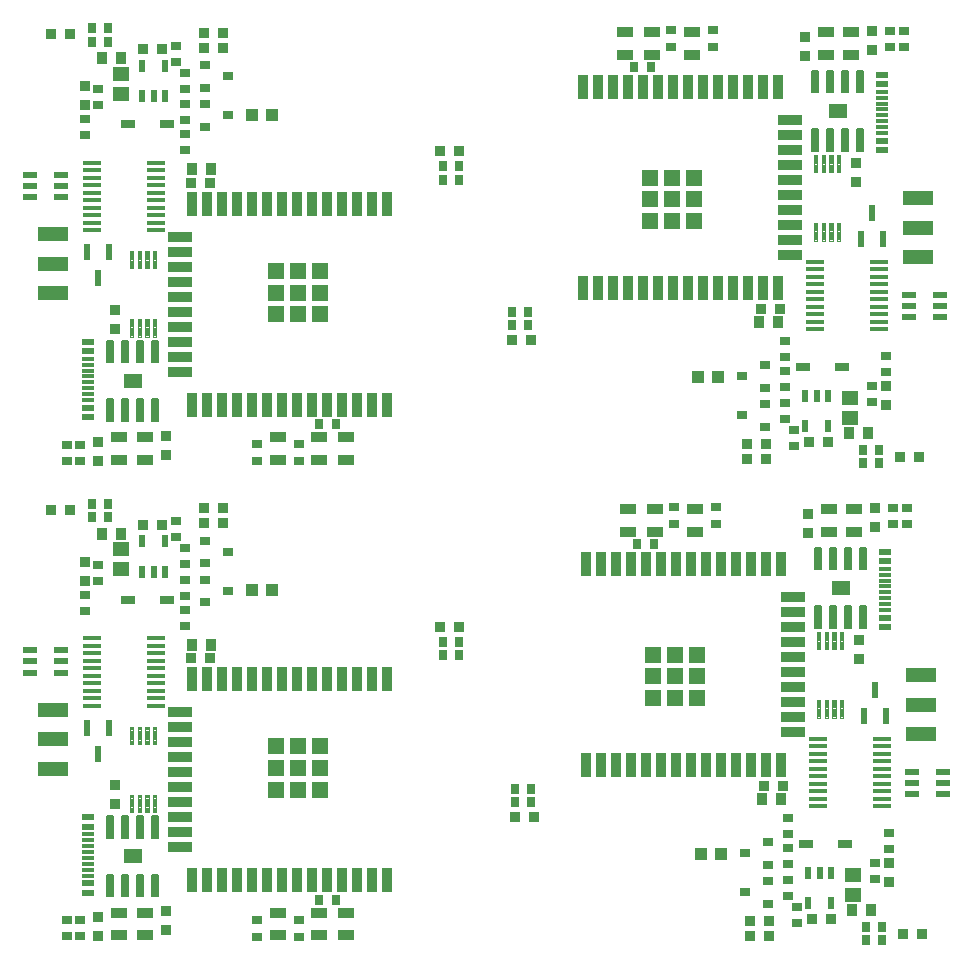
<source format=gbr>
G04 EAGLE Gerber RS-274X export*
G75*
%MOMM*%
%FSLAX34Y34*%
%LPD*%
%INSolderpaste Top*%
%IPPOS*%
%AMOC8*
5,1,8,0,0,1.08239X$1,22.5*%
G01*
%ADD10R,1.100000X1.000000*%
%ADD11R,0.900000X2.000000*%
%ADD12R,2.000000X0.900000*%
%ADD13R,1.330000X1.330000*%
%ADD14R,0.900000X0.950000*%
%ADD15R,0.650000X0.900000*%
%ADD16R,1.400000X0.900000*%
%ADD17R,0.900000X0.800000*%
%ADD18R,0.800000X0.940000*%
%ADD19R,1.526000X0.435000*%
%ADD20R,0.900000X0.650000*%
%ADD21R,0.940000X0.800000*%
%ADD22R,2.500000X1.200000*%
%ADD23R,1.200000X0.550000*%
%ADD24C,0.100000*%
%ADD25R,1.640000X1.290000*%
%ADD26C,0.150000*%
%ADD27R,1.140000X0.600000*%
%ADD28R,1.140000X0.300000*%
%ADD29R,0.950000X0.900000*%
%ADD30R,1.210000X0.730000*%
%ADD31R,0.558800X1.320800*%
%ADD32R,0.508000X1.320800*%
%ADD33R,0.550000X1.050000*%
%ADD34R,1.450000X1.200000*%
%ADD35R,0.900000X1.000000*%


D10*
X206520Y312930D03*
X223520Y312930D03*
D11*
X320570Y237400D03*
X307870Y237400D03*
X295170Y237400D03*
X282470Y237400D03*
X269770Y237400D03*
X257070Y237400D03*
X244370Y237400D03*
X231670Y237400D03*
X218970Y237400D03*
X206270Y237400D03*
X193570Y237400D03*
X180870Y237400D03*
X168170Y237400D03*
X155470Y237400D03*
D12*
X145470Y209550D03*
X145470Y196850D03*
X145470Y184150D03*
X145470Y171450D03*
X145470Y158750D03*
X145470Y146050D03*
X145470Y133350D03*
X145470Y120650D03*
X145470Y107950D03*
X145470Y95250D03*
D11*
X155470Y67400D03*
X168170Y67400D03*
X180870Y67400D03*
X193570Y67400D03*
X206270Y67400D03*
X218970Y67400D03*
X231670Y67400D03*
X244370Y67400D03*
X257070Y67400D03*
X269770Y67400D03*
X282470Y67400D03*
X295170Y67400D03*
X307870Y67400D03*
X320570Y67400D03*
D13*
X263920Y180750D03*
X263920Y162400D03*
X263920Y144050D03*
X245570Y180750D03*
X245570Y162400D03*
X245570Y144050D03*
X227220Y180750D03*
X227220Y162400D03*
X227220Y144050D03*
D14*
X181990Y369570D03*
X165990Y369570D03*
X381380Y281940D03*
X365380Y281940D03*
X181990Y382270D03*
X165990Y382270D03*
D15*
X263260Y50800D03*
X277760Y50800D03*
D16*
X285750Y39980D03*
X285750Y20980D03*
D17*
X166530Y321920D03*
X166530Y302920D03*
X186530Y312420D03*
X166530Y354940D03*
X166530Y335940D03*
X186530Y345440D03*
D18*
X367950Y257810D03*
X381350Y257810D03*
X367950Y269240D03*
X381350Y269240D03*
D19*
X70670Y272420D03*
X70670Y266060D03*
X70670Y259720D03*
X70670Y253360D03*
X70670Y247020D03*
X70670Y240660D03*
X70670Y234320D03*
X70670Y227960D03*
X70670Y221620D03*
X70670Y215260D03*
X124910Y215260D03*
X124910Y221620D03*
X124910Y227960D03*
X124910Y234320D03*
X124910Y240660D03*
X124910Y247020D03*
X124910Y253360D03*
X124910Y259720D03*
X124910Y266060D03*
X124910Y272420D03*
D20*
X210820Y19420D03*
X210820Y33920D03*
X246380Y19420D03*
X246380Y33920D03*
D16*
X228600Y20980D03*
X228600Y39980D03*
X262890Y20980D03*
X262890Y39980D03*
D21*
X149860Y321660D03*
X149860Y308260D03*
X49530Y33370D03*
X49530Y19970D03*
X60960Y19970D03*
X60960Y33370D03*
D22*
X37660Y211690D03*
X37660Y186690D03*
X37660Y161690D03*
D23*
X18750Y262230D03*
X18750Y252730D03*
X18750Y243230D03*
X44750Y243230D03*
X44750Y262230D03*
X44750Y252730D03*
D24*
X122550Y197390D02*
X122550Y182790D01*
X122550Y197390D02*
X125550Y197390D01*
X125550Y182790D01*
X122550Y182790D01*
X122550Y183740D02*
X125550Y183740D01*
X125550Y184690D02*
X122550Y184690D01*
X122550Y185640D02*
X125550Y185640D01*
X125550Y186590D02*
X122550Y186590D01*
X122550Y187540D02*
X125550Y187540D01*
X125550Y188490D02*
X122550Y188490D01*
X122550Y189440D02*
X125550Y189440D01*
X125550Y190390D02*
X122550Y190390D01*
X122550Y191340D02*
X125550Y191340D01*
X125550Y192290D02*
X122550Y192290D01*
X122550Y193240D02*
X125550Y193240D01*
X125550Y194190D02*
X122550Y194190D01*
X122550Y195140D02*
X125550Y195140D01*
X125550Y196090D02*
X122550Y196090D01*
X122550Y197040D02*
X125550Y197040D01*
X116050Y197390D02*
X116050Y182790D01*
X116050Y197390D02*
X119050Y197390D01*
X119050Y182790D01*
X116050Y182790D01*
X116050Y183740D02*
X119050Y183740D01*
X119050Y184690D02*
X116050Y184690D01*
X116050Y185640D02*
X119050Y185640D01*
X119050Y186590D02*
X116050Y186590D01*
X116050Y187540D02*
X119050Y187540D01*
X119050Y188490D02*
X116050Y188490D01*
X116050Y189440D02*
X119050Y189440D01*
X119050Y190390D02*
X116050Y190390D01*
X116050Y191340D02*
X119050Y191340D01*
X119050Y192290D02*
X116050Y192290D01*
X116050Y193240D02*
X119050Y193240D01*
X119050Y194190D02*
X116050Y194190D01*
X116050Y195140D02*
X119050Y195140D01*
X119050Y196090D02*
X116050Y196090D01*
X116050Y197040D02*
X119050Y197040D01*
X109550Y197390D02*
X109550Y182790D01*
X109550Y197390D02*
X112550Y197390D01*
X112550Y182790D01*
X109550Y182790D01*
X109550Y183740D02*
X112550Y183740D01*
X112550Y184690D02*
X109550Y184690D01*
X109550Y185640D02*
X112550Y185640D01*
X112550Y186590D02*
X109550Y186590D01*
X109550Y187540D02*
X112550Y187540D01*
X112550Y188490D02*
X109550Y188490D01*
X109550Y189440D02*
X112550Y189440D01*
X112550Y190390D02*
X109550Y190390D01*
X109550Y191340D02*
X112550Y191340D01*
X112550Y192290D02*
X109550Y192290D01*
X109550Y193240D02*
X112550Y193240D01*
X112550Y194190D02*
X109550Y194190D01*
X109550Y195140D02*
X112550Y195140D01*
X112550Y196090D02*
X109550Y196090D01*
X109550Y197040D02*
X112550Y197040D01*
X103050Y197390D02*
X103050Y182790D01*
X103050Y197390D02*
X106050Y197390D01*
X106050Y182790D01*
X103050Y182790D01*
X103050Y183740D02*
X106050Y183740D01*
X106050Y184690D02*
X103050Y184690D01*
X103050Y185640D02*
X106050Y185640D01*
X106050Y186590D02*
X103050Y186590D01*
X103050Y187540D02*
X106050Y187540D01*
X106050Y188490D02*
X103050Y188490D01*
X103050Y189440D02*
X106050Y189440D01*
X106050Y190390D02*
X103050Y190390D01*
X103050Y191340D02*
X106050Y191340D01*
X106050Y192290D02*
X103050Y192290D01*
X103050Y193240D02*
X106050Y193240D01*
X106050Y194190D02*
X103050Y194190D01*
X103050Y195140D02*
X106050Y195140D01*
X106050Y196090D02*
X103050Y196090D01*
X103050Y197040D02*
X106050Y197040D01*
X103050Y139790D02*
X103050Y125190D01*
X103050Y139790D02*
X106050Y139790D01*
X106050Y125190D01*
X103050Y125190D01*
X103050Y126140D02*
X106050Y126140D01*
X106050Y127090D02*
X103050Y127090D01*
X103050Y128040D02*
X106050Y128040D01*
X106050Y128990D02*
X103050Y128990D01*
X103050Y129940D02*
X106050Y129940D01*
X106050Y130890D02*
X103050Y130890D01*
X103050Y131840D02*
X106050Y131840D01*
X106050Y132790D02*
X103050Y132790D01*
X103050Y133740D02*
X106050Y133740D01*
X106050Y134690D02*
X103050Y134690D01*
X103050Y135640D02*
X106050Y135640D01*
X106050Y136590D02*
X103050Y136590D01*
X103050Y137540D02*
X106050Y137540D01*
X106050Y138490D02*
X103050Y138490D01*
X103050Y139440D02*
X106050Y139440D01*
X109550Y139790D02*
X109550Y125190D01*
X109550Y139790D02*
X112550Y139790D01*
X112550Y125190D01*
X109550Y125190D01*
X109550Y126140D02*
X112550Y126140D01*
X112550Y127090D02*
X109550Y127090D01*
X109550Y128040D02*
X112550Y128040D01*
X112550Y128990D02*
X109550Y128990D01*
X109550Y129940D02*
X112550Y129940D01*
X112550Y130890D02*
X109550Y130890D01*
X109550Y131840D02*
X112550Y131840D01*
X112550Y132790D02*
X109550Y132790D01*
X109550Y133740D02*
X112550Y133740D01*
X112550Y134690D02*
X109550Y134690D01*
X109550Y135640D02*
X112550Y135640D01*
X112550Y136590D02*
X109550Y136590D01*
X109550Y137540D02*
X112550Y137540D01*
X112550Y138490D02*
X109550Y138490D01*
X109550Y139440D02*
X112550Y139440D01*
X116050Y139790D02*
X116050Y125190D01*
X116050Y139790D02*
X119050Y139790D01*
X119050Y125190D01*
X116050Y125190D01*
X116050Y126140D02*
X119050Y126140D01*
X119050Y127090D02*
X116050Y127090D01*
X116050Y128040D02*
X119050Y128040D01*
X119050Y128990D02*
X116050Y128990D01*
X116050Y129940D02*
X119050Y129940D01*
X119050Y130890D02*
X116050Y130890D01*
X116050Y131840D02*
X119050Y131840D01*
X119050Y132790D02*
X116050Y132790D01*
X116050Y133740D02*
X119050Y133740D01*
X119050Y134690D02*
X116050Y134690D01*
X116050Y135640D02*
X119050Y135640D01*
X119050Y136590D02*
X116050Y136590D01*
X116050Y137540D02*
X119050Y137540D01*
X119050Y138490D02*
X116050Y138490D01*
X116050Y139440D02*
X119050Y139440D01*
X122550Y139790D02*
X122550Y125190D01*
X122550Y139790D02*
X125550Y139790D01*
X125550Y125190D01*
X122550Y125190D01*
X122550Y126140D02*
X125550Y126140D01*
X125550Y127090D02*
X122550Y127090D01*
X122550Y128040D02*
X125550Y128040D01*
X125550Y128990D02*
X122550Y128990D01*
X122550Y129940D02*
X125550Y129940D01*
X125550Y130890D02*
X122550Y130890D01*
X122550Y131840D02*
X125550Y131840D01*
X125550Y132790D02*
X122550Y132790D01*
X122550Y133740D02*
X125550Y133740D01*
X125550Y134690D02*
X122550Y134690D01*
X122550Y135640D02*
X125550Y135640D01*
X125550Y136590D02*
X122550Y136590D01*
X122550Y137540D02*
X125550Y137540D01*
X125550Y138490D02*
X122550Y138490D01*
X122550Y139440D02*
X125550Y139440D01*
D25*
X105410Y87630D03*
D26*
X88610Y71980D02*
X88610Y53780D01*
X84110Y53780D01*
X84110Y71980D01*
X88610Y71980D01*
X88610Y55205D02*
X84110Y55205D01*
X84110Y56630D02*
X88610Y56630D01*
X88610Y58055D02*
X84110Y58055D01*
X84110Y59480D02*
X88610Y59480D01*
X88610Y60905D02*
X84110Y60905D01*
X84110Y62330D02*
X88610Y62330D01*
X88610Y63755D02*
X84110Y63755D01*
X84110Y65180D02*
X88610Y65180D01*
X88610Y66605D02*
X84110Y66605D01*
X84110Y68030D02*
X88610Y68030D01*
X88610Y69455D02*
X84110Y69455D01*
X84110Y70880D02*
X88610Y70880D01*
X101310Y71980D02*
X101310Y53780D01*
X96810Y53780D01*
X96810Y71980D01*
X101310Y71980D01*
X101310Y55205D02*
X96810Y55205D01*
X96810Y56630D02*
X101310Y56630D01*
X101310Y58055D02*
X96810Y58055D01*
X96810Y59480D02*
X101310Y59480D01*
X101310Y60905D02*
X96810Y60905D01*
X96810Y62330D02*
X101310Y62330D01*
X101310Y63755D02*
X96810Y63755D01*
X96810Y65180D02*
X101310Y65180D01*
X101310Y66605D02*
X96810Y66605D01*
X96810Y68030D02*
X101310Y68030D01*
X101310Y69455D02*
X96810Y69455D01*
X96810Y70880D02*
X101310Y70880D01*
X114010Y71980D02*
X114010Y53780D01*
X109510Y53780D01*
X109510Y71980D01*
X114010Y71980D01*
X114010Y55205D02*
X109510Y55205D01*
X109510Y56630D02*
X114010Y56630D01*
X114010Y58055D02*
X109510Y58055D01*
X109510Y59480D02*
X114010Y59480D01*
X114010Y60905D02*
X109510Y60905D01*
X109510Y62330D02*
X114010Y62330D01*
X114010Y63755D02*
X109510Y63755D01*
X109510Y65180D02*
X114010Y65180D01*
X114010Y66605D02*
X109510Y66605D01*
X109510Y68030D02*
X114010Y68030D01*
X114010Y69455D02*
X109510Y69455D01*
X109510Y70880D02*
X114010Y70880D01*
X126710Y71980D02*
X126710Y53780D01*
X122210Y53780D01*
X122210Y71980D01*
X126710Y71980D01*
X126710Y55205D02*
X122210Y55205D01*
X122210Y56630D02*
X126710Y56630D01*
X126710Y58055D02*
X122210Y58055D01*
X122210Y59480D02*
X126710Y59480D01*
X126710Y60905D02*
X122210Y60905D01*
X122210Y62330D02*
X126710Y62330D01*
X126710Y63755D02*
X122210Y63755D01*
X122210Y65180D02*
X126710Y65180D01*
X126710Y66605D02*
X122210Y66605D01*
X122210Y68030D02*
X126710Y68030D01*
X126710Y69455D02*
X122210Y69455D01*
X122210Y70880D02*
X126710Y70880D01*
X126710Y103280D02*
X126710Y121480D01*
X126710Y103280D02*
X122210Y103280D01*
X122210Y121480D01*
X126710Y121480D01*
X126710Y104705D02*
X122210Y104705D01*
X122210Y106130D02*
X126710Y106130D01*
X126710Y107555D02*
X122210Y107555D01*
X122210Y108980D02*
X126710Y108980D01*
X126710Y110405D02*
X122210Y110405D01*
X122210Y111830D02*
X126710Y111830D01*
X126710Y113255D02*
X122210Y113255D01*
X122210Y114680D02*
X126710Y114680D01*
X126710Y116105D02*
X122210Y116105D01*
X122210Y117530D02*
X126710Y117530D01*
X126710Y118955D02*
X122210Y118955D01*
X122210Y120380D02*
X126710Y120380D01*
X114010Y121480D02*
X114010Y103280D01*
X109510Y103280D01*
X109510Y121480D01*
X114010Y121480D01*
X114010Y104705D02*
X109510Y104705D01*
X109510Y106130D02*
X114010Y106130D01*
X114010Y107555D02*
X109510Y107555D01*
X109510Y108980D02*
X114010Y108980D01*
X114010Y110405D02*
X109510Y110405D01*
X109510Y111830D02*
X114010Y111830D01*
X114010Y113255D02*
X109510Y113255D01*
X109510Y114680D02*
X114010Y114680D01*
X114010Y116105D02*
X109510Y116105D01*
X109510Y117530D02*
X114010Y117530D01*
X114010Y118955D02*
X109510Y118955D01*
X109510Y120380D02*
X114010Y120380D01*
X101310Y121480D02*
X101310Y103280D01*
X96810Y103280D01*
X96810Y121480D01*
X101310Y121480D01*
X101310Y104705D02*
X96810Y104705D01*
X96810Y106130D02*
X101310Y106130D01*
X101310Y107555D02*
X96810Y107555D01*
X96810Y108980D02*
X101310Y108980D01*
X101310Y110405D02*
X96810Y110405D01*
X96810Y111830D02*
X101310Y111830D01*
X101310Y113255D02*
X96810Y113255D01*
X96810Y114680D02*
X101310Y114680D01*
X101310Y116105D02*
X96810Y116105D01*
X96810Y117530D02*
X101310Y117530D01*
X101310Y118955D02*
X96810Y118955D01*
X96810Y120380D02*
X101310Y120380D01*
X88610Y121480D02*
X88610Y103280D01*
X84110Y103280D01*
X84110Y121480D01*
X88610Y121480D01*
X88610Y104705D02*
X84110Y104705D01*
X84110Y106130D02*
X88610Y106130D01*
X88610Y107555D02*
X84110Y107555D01*
X84110Y108980D02*
X88610Y108980D01*
X88610Y110405D02*
X84110Y110405D01*
X84110Y111830D02*
X88610Y111830D01*
X88610Y113255D02*
X84110Y113255D01*
X84110Y114680D02*
X88610Y114680D01*
X88610Y116105D02*
X84110Y116105D01*
X84110Y117530D02*
X88610Y117530D01*
X88610Y118955D02*
X84110Y118955D01*
X84110Y120380D02*
X88610Y120380D01*
D27*
X67820Y120900D03*
X67820Y112900D03*
D28*
X67820Y91400D03*
X67820Y96400D03*
X67820Y101400D03*
X67820Y106400D03*
X67820Y86400D03*
X67820Y81400D03*
X67820Y76400D03*
X67820Y71400D03*
D27*
X67820Y64900D03*
X67820Y56900D03*
D29*
X133350Y41020D03*
X133350Y25020D03*
D16*
X93980Y20980D03*
X93980Y39980D03*
X115570Y20980D03*
X115570Y39980D03*
D29*
X76200Y35940D03*
X76200Y19940D03*
X90170Y131700D03*
X90170Y147700D03*
D30*
X101310Y304800D03*
X134910Y304800D03*
D31*
X85598Y196342D03*
X66802Y196342D03*
D32*
X76200Y174498D03*
D18*
X70770Y386080D03*
X84170Y386080D03*
X70770Y374650D03*
X84170Y374650D03*
D21*
X149860Y296260D03*
X149860Y282860D03*
X149860Y348330D03*
X149860Y334930D03*
D29*
X64770Y320930D03*
X64770Y336930D03*
D21*
X64770Y295560D03*
X64770Y308960D03*
D14*
X36450Y381000D03*
X52450Y381000D03*
D21*
X76200Y320960D03*
X76200Y334360D03*
D33*
X113690Y328630D03*
X123190Y328630D03*
X132690Y328630D03*
X132690Y354630D03*
X113690Y354630D03*
D21*
X142240Y371190D03*
X142240Y357790D03*
D34*
X95250Y330590D03*
X95250Y347590D03*
D14*
X113920Y368300D03*
X129920Y368300D03*
D35*
X79630Y360680D03*
X95630Y360680D03*
D14*
X154560Y255270D03*
X170560Y255270D03*
D35*
X171830Y266700D03*
X155830Y266700D03*
D10*
X206520Y715520D03*
X223520Y715520D03*
D11*
X320570Y639990D03*
X307870Y639990D03*
X295170Y639990D03*
X282470Y639990D03*
X269770Y639990D03*
X257070Y639990D03*
X244370Y639990D03*
X231670Y639990D03*
X218970Y639990D03*
X206270Y639990D03*
X193570Y639990D03*
X180870Y639990D03*
X168170Y639990D03*
X155470Y639990D03*
D12*
X145470Y612140D03*
X145470Y599440D03*
X145470Y586740D03*
X145470Y574040D03*
X145470Y561340D03*
X145470Y548640D03*
X145470Y535940D03*
X145470Y523240D03*
X145470Y510540D03*
X145470Y497840D03*
D11*
X155470Y469990D03*
X168170Y469990D03*
X180870Y469990D03*
X193570Y469990D03*
X206270Y469990D03*
X218970Y469990D03*
X231670Y469990D03*
X244370Y469990D03*
X257070Y469990D03*
X269770Y469990D03*
X282470Y469990D03*
X295170Y469990D03*
X307870Y469990D03*
X320570Y469990D03*
D13*
X263920Y583340D03*
X263920Y564990D03*
X263920Y546640D03*
X245570Y583340D03*
X245570Y564990D03*
X245570Y546640D03*
X227220Y583340D03*
X227220Y564990D03*
X227220Y546640D03*
D14*
X181990Y772160D03*
X165990Y772160D03*
X381380Y684530D03*
X365380Y684530D03*
X181990Y784860D03*
X165990Y784860D03*
D15*
X263260Y453390D03*
X277760Y453390D03*
D16*
X285750Y442570D03*
X285750Y423570D03*
D17*
X166530Y724510D03*
X166530Y705510D03*
X186530Y715010D03*
X166530Y757530D03*
X166530Y738530D03*
X186530Y748030D03*
D18*
X367950Y660400D03*
X381350Y660400D03*
X367950Y671830D03*
X381350Y671830D03*
D19*
X70670Y675010D03*
X70670Y668650D03*
X70670Y662310D03*
X70670Y655950D03*
X70670Y649610D03*
X70670Y643250D03*
X70670Y636910D03*
X70670Y630550D03*
X70670Y624210D03*
X70670Y617850D03*
X124910Y617850D03*
X124910Y624210D03*
X124910Y630550D03*
X124910Y636910D03*
X124910Y643250D03*
X124910Y649610D03*
X124910Y655950D03*
X124910Y662310D03*
X124910Y668650D03*
X124910Y675010D03*
D20*
X210820Y422010D03*
X210820Y436510D03*
X246380Y422010D03*
X246380Y436510D03*
D16*
X228600Y423570D03*
X228600Y442570D03*
X262890Y423570D03*
X262890Y442570D03*
D21*
X149860Y724250D03*
X149860Y710850D03*
X49530Y435960D03*
X49530Y422560D03*
X60960Y422560D03*
X60960Y435960D03*
D22*
X37660Y614280D03*
X37660Y589280D03*
X37660Y564280D03*
D23*
X18750Y664820D03*
X18750Y655320D03*
X18750Y645820D03*
X44750Y645820D03*
X44750Y664820D03*
X44750Y655320D03*
D24*
X122550Y599980D02*
X122550Y585380D01*
X122550Y599980D02*
X125550Y599980D01*
X125550Y585380D01*
X122550Y585380D01*
X122550Y586330D02*
X125550Y586330D01*
X125550Y587280D02*
X122550Y587280D01*
X122550Y588230D02*
X125550Y588230D01*
X125550Y589180D02*
X122550Y589180D01*
X122550Y590130D02*
X125550Y590130D01*
X125550Y591080D02*
X122550Y591080D01*
X122550Y592030D02*
X125550Y592030D01*
X125550Y592980D02*
X122550Y592980D01*
X122550Y593930D02*
X125550Y593930D01*
X125550Y594880D02*
X122550Y594880D01*
X122550Y595830D02*
X125550Y595830D01*
X125550Y596780D02*
X122550Y596780D01*
X122550Y597730D02*
X125550Y597730D01*
X125550Y598680D02*
X122550Y598680D01*
X122550Y599630D02*
X125550Y599630D01*
X116050Y599980D02*
X116050Y585380D01*
X116050Y599980D02*
X119050Y599980D01*
X119050Y585380D01*
X116050Y585380D01*
X116050Y586330D02*
X119050Y586330D01*
X119050Y587280D02*
X116050Y587280D01*
X116050Y588230D02*
X119050Y588230D01*
X119050Y589180D02*
X116050Y589180D01*
X116050Y590130D02*
X119050Y590130D01*
X119050Y591080D02*
X116050Y591080D01*
X116050Y592030D02*
X119050Y592030D01*
X119050Y592980D02*
X116050Y592980D01*
X116050Y593930D02*
X119050Y593930D01*
X119050Y594880D02*
X116050Y594880D01*
X116050Y595830D02*
X119050Y595830D01*
X119050Y596780D02*
X116050Y596780D01*
X116050Y597730D02*
X119050Y597730D01*
X119050Y598680D02*
X116050Y598680D01*
X116050Y599630D02*
X119050Y599630D01*
X109550Y599980D02*
X109550Y585380D01*
X109550Y599980D02*
X112550Y599980D01*
X112550Y585380D01*
X109550Y585380D01*
X109550Y586330D02*
X112550Y586330D01*
X112550Y587280D02*
X109550Y587280D01*
X109550Y588230D02*
X112550Y588230D01*
X112550Y589180D02*
X109550Y589180D01*
X109550Y590130D02*
X112550Y590130D01*
X112550Y591080D02*
X109550Y591080D01*
X109550Y592030D02*
X112550Y592030D01*
X112550Y592980D02*
X109550Y592980D01*
X109550Y593930D02*
X112550Y593930D01*
X112550Y594880D02*
X109550Y594880D01*
X109550Y595830D02*
X112550Y595830D01*
X112550Y596780D02*
X109550Y596780D01*
X109550Y597730D02*
X112550Y597730D01*
X112550Y598680D02*
X109550Y598680D01*
X109550Y599630D02*
X112550Y599630D01*
X103050Y599980D02*
X103050Y585380D01*
X103050Y599980D02*
X106050Y599980D01*
X106050Y585380D01*
X103050Y585380D01*
X103050Y586330D02*
X106050Y586330D01*
X106050Y587280D02*
X103050Y587280D01*
X103050Y588230D02*
X106050Y588230D01*
X106050Y589180D02*
X103050Y589180D01*
X103050Y590130D02*
X106050Y590130D01*
X106050Y591080D02*
X103050Y591080D01*
X103050Y592030D02*
X106050Y592030D01*
X106050Y592980D02*
X103050Y592980D01*
X103050Y593930D02*
X106050Y593930D01*
X106050Y594880D02*
X103050Y594880D01*
X103050Y595830D02*
X106050Y595830D01*
X106050Y596780D02*
X103050Y596780D01*
X103050Y597730D02*
X106050Y597730D01*
X106050Y598680D02*
X103050Y598680D01*
X103050Y599630D02*
X106050Y599630D01*
X103050Y542380D02*
X103050Y527780D01*
X103050Y542380D02*
X106050Y542380D01*
X106050Y527780D01*
X103050Y527780D01*
X103050Y528730D02*
X106050Y528730D01*
X106050Y529680D02*
X103050Y529680D01*
X103050Y530630D02*
X106050Y530630D01*
X106050Y531580D02*
X103050Y531580D01*
X103050Y532530D02*
X106050Y532530D01*
X106050Y533480D02*
X103050Y533480D01*
X103050Y534430D02*
X106050Y534430D01*
X106050Y535380D02*
X103050Y535380D01*
X103050Y536330D02*
X106050Y536330D01*
X106050Y537280D02*
X103050Y537280D01*
X103050Y538230D02*
X106050Y538230D01*
X106050Y539180D02*
X103050Y539180D01*
X103050Y540130D02*
X106050Y540130D01*
X106050Y541080D02*
X103050Y541080D01*
X103050Y542030D02*
X106050Y542030D01*
X109550Y542380D02*
X109550Y527780D01*
X109550Y542380D02*
X112550Y542380D01*
X112550Y527780D01*
X109550Y527780D01*
X109550Y528730D02*
X112550Y528730D01*
X112550Y529680D02*
X109550Y529680D01*
X109550Y530630D02*
X112550Y530630D01*
X112550Y531580D02*
X109550Y531580D01*
X109550Y532530D02*
X112550Y532530D01*
X112550Y533480D02*
X109550Y533480D01*
X109550Y534430D02*
X112550Y534430D01*
X112550Y535380D02*
X109550Y535380D01*
X109550Y536330D02*
X112550Y536330D01*
X112550Y537280D02*
X109550Y537280D01*
X109550Y538230D02*
X112550Y538230D01*
X112550Y539180D02*
X109550Y539180D01*
X109550Y540130D02*
X112550Y540130D01*
X112550Y541080D02*
X109550Y541080D01*
X109550Y542030D02*
X112550Y542030D01*
X116050Y542380D02*
X116050Y527780D01*
X116050Y542380D02*
X119050Y542380D01*
X119050Y527780D01*
X116050Y527780D01*
X116050Y528730D02*
X119050Y528730D01*
X119050Y529680D02*
X116050Y529680D01*
X116050Y530630D02*
X119050Y530630D01*
X119050Y531580D02*
X116050Y531580D01*
X116050Y532530D02*
X119050Y532530D01*
X119050Y533480D02*
X116050Y533480D01*
X116050Y534430D02*
X119050Y534430D01*
X119050Y535380D02*
X116050Y535380D01*
X116050Y536330D02*
X119050Y536330D01*
X119050Y537280D02*
X116050Y537280D01*
X116050Y538230D02*
X119050Y538230D01*
X119050Y539180D02*
X116050Y539180D01*
X116050Y540130D02*
X119050Y540130D01*
X119050Y541080D02*
X116050Y541080D01*
X116050Y542030D02*
X119050Y542030D01*
X122550Y542380D02*
X122550Y527780D01*
X122550Y542380D02*
X125550Y542380D01*
X125550Y527780D01*
X122550Y527780D01*
X122550Y528730D02*
X125550Y528730D01*
X125550Y529680D02*
X122550Y529680D01*
X122550Y530630D02*
X125550Y530630D01*
X125550Y531580D02*
X122550Y531580D01*
X122550Y532530D02*
X125550Y532530D01*
X125550Y533480D02*
X122550Y533480D01*
X122550Y534430D02*
X125550Y534430D01*
X125550Y535380D02*
X122550Y535380D01*
X122550Y536330D02*
X125550Y536330D01*
X125550Y537280D02*
X122550Y537280D01*
X122550Y538230D02*
X125550Y538230D01*
X125550Y539180D02*
X122550Y539180D01*
X122550Y540130D02*
X125550Y540130D01*
X125550Y541080D02*
X122550Y541080D01*
X122550Y542030D02*
X125550Y542030D01*
D25*
X105410Y490220D03*
D26*
X88610Y474570D02*
X88610Y456370D01*
X84110Y456370D01*
X84110Y474570D01*
X88610Y474570D01*
X88610Y457795D02*
X84110Y457795D01*
X84110Y459220D02*
X88610Y459220D01*
X88610Y460645D02*
X84110Y460645D01*
X84110Y462070D02*
X88610Y462070D01*
X88610Y463495D02*
X84110Y463495D01*
X84110Y464920D02*
X88610Y464920D01*
X88610Y466345D02*
X84110Y466345D01*
X84110Y467770D02*
X88610Y467770D01*
X88610Y469195D02*
X84110Y469195D01*
X84110Y470620D02*
X88610Y470620D01*
X88610Y472045D02*
X84110Y472045D01*
X84110Y473470D02*
X88610Y473470D01*
X101310Y474570D02*
X101310Y456370D01*
X96810Y456370D01*
X96810Y474570D01*
X101310Y474570D01*
X101310Y457795D02*
X96810Y457795D01*
X96810Y459220D02*
X101310Y459220D01*
X101310Y460645D02*
X96810Y460645D01*
X96810Y462070D02*
X101310Y462070D01*
X101310Y463495D02*
X96810Y463495D01*
X96810Y464920D02*
X101310Y464920D01*
X101310Y466345D02*
X96810Y466345D01*
X96810Y467770D02*
X101310Y467770D01*
X101310Y469195D02*
X96810Y469195D01*
X96810Y470620D02*
X101310Y470620D01*
X101310Y472045D02*
X96810Y472045D01*
X96810Y473470D02*
X101310Y473470D01*
X114010Y474570D02*
X114010Y456370D01*
X109510Y456370D01*
X109510Y474570D01*
X114010Y474570D01*
X114010Y457795D02*
X109510Y457795D01*
X109510Y459220D02*
X114010Y459220D01*
X114010Y460645D02*
X109510Y460645D01*
X109510Y462070D02*
X114010Y462070D01*
X114010Y463495D02*
X109510Y463495D01*
X109510Y464920D02*
X114010Y464920D01*
X114010Y466345D02*
X109510Y466345D01*
X109510Y467770D02*
X114010Y467770D01*
X114010Y469195D02*
X109510Y469195D01*
X109510Y470620D02*
X114010Y470620D01*
X114010Y472045D02*
X109510Y472045D01*
X109510Y473470D02*
X114010Y473470D01*
X126710Y474570D02*
X126710Y456370D01*
X122210Y456370D01*
X122210Y474570D01*
X126710Y474570D01*
X126710Y457795D02*
X122210Y457795D01*
X122210Y459220D02*
X126710Y459220D01*
X126710Y460645D02*
X122210Y460645D01*
X122210Y462070D02*
X126710Y462070D01*
X126710Y463495D02*
X122210Y463495D01*
X122210Y464920D02*
X126710Y464920D01*
X126710Y466345D02*
X122210Y466345D01*
X122210Y467770D02*
X126710Y467770D01*
X126710Y469195D02*
X122210Y469195D01*
X122210Y470620D02*
X126710Y470620D01*
X126710Y472045D02*
X122210Y472045D01*
X122210Y473470D02*
X126710Y473470D01*
X126710Y505870D02*
X126710Y524070D01*
X126710Y505870D02*
X122210Y505870D01*
X122210Y524070D01*
X126710Y524070D01*
X126710Y507295D02*
X122210Y507295D01*
X122210Y508720D02*
X126710Y508720D01*
X126710Y510145D02*
X122210Y510145D01*
X122210Y511570D02*
X126710Y511570D01*
X126710Y512995D02*
X122210Y512995D01*
X122210Y514420D02*
X126710Y514420D01*
X126710Y515845D02*
X122210Y515845D01*
X122210Y517270D02*
X126710Y517270D01*
X126710Y518695D02*
X122210Y518695D01*
X122210Y520120D02*
X126710Y520120D01*
X126710Y521545D02*
X122210Y521545D01*
X122210Y522970D02*
X126710Y522970D01*
X114010Y524070D02*
X114010Y505870D01*
X109510Y505870D01*
X109510Y524070D01*
X114010Y524070D01*
X114010Y507295D02*
X109510Y507295D01*
X109510Y508720D02*
X114010Y508720D01*
X114010Y510145D02*
X109510Y510145D01*
X109510Y511570D02*
X114010Y511570D01*
X114010Y512995D02*
X109510Y512995D01*
X109510Y514420D02*
X114010Y514420D01*
X114010Y515845D02*
X109510Y515845D01*
X109510Y517270D02*
X114010Y517270D01*
X114010Y518695D02*
X109510Y518695D01*
X109510Y520120D02*
X114010Y520120D01*
X114010Y521545D02*
X109510Y521545D01*
X109510Y522970D02*
X114010Y522970D01*
X101310Y524070D02*
X101310Y505870D01*
X96810Y505870D01*
X96810Y524070D01*
X101310Y524070D01*
X101310Y507295D02*
X96810Y507295D01*
X96810Y508720D02*
X101310Y508720D01*
X101310Y510145D02*
X96810Y510145D01*
X96810Y511570D02*
X101310Y511570D01*
X101310Y512995D02*
X96810Y512995D01*
X96810Y514420D02*
X101310Y514420D01*
X101310Y515845D02*
X96810Y515845D01*
X96810Y517270D02*
X101310Y517270D01*
X101310Y518695D02*
X96810Y518695D01*
X96810Y520120D02*
X101310Y520120D01*
X101310Y521545D02*
X96810Y521545D01*
X96810Y522970D02*
X101310Y522970D01*
X88610Y524070D02*
X88610Y505870D01*
X84110Y505870D01*
X84110Y524070D01*
X88610Y524070D01*
X88610Y507295D02*
X84110Y507295D01*
X84110Y508720D02*
X88610Y508720D01*
X88610Y510145D02*
X84110Y510145D01*
X84110Y511570D02*
X88610Y511570D01*
X88610Y512995D02*
X84110Y512995D01*
X84110Y514420D02*
X88610Y514420D01*
X88610Y515845D02*
X84110Y515845D01*
X84110Y517270D02*
X88610Y517270D01*
X88610Y518695D02*
X84110Y518695D01*
X84110Y520120D02*
X88610Y520120D01*
X88610Y521545D02*
X84110Y521545D01*
X84110Y522970D02*
X88610Y522970D01*
D27*
X67820Y523490D03*
X67820Y515490D03*
D28*
X67820Y493990D03*
X67820Y498990D03*
X67820Y503990D03*
X67820Y508990D03*
X67820Y488990D03*
X67820Y483990D03*
X67820Y478990D03*
X67820Y473990D03*
D27*
X67820Y467490D03*
X67820Y459490D03*
D29*
X133350Y443610D03*
X133350Y427610D03*
D16*
X93980Y423570D03*
X93980Y442570D03*
X115570Y423570D03*
X115570Y442570D03*
D29*
X76200Y438530D03*
X76200Y422530D03*
X90170Y534290D03*
X90170Y550290D03*
D30*
X101310Y707390D03*
X134910Y707390D03*
D31*
X85598Y598932D03*
X66802Y598932D03*
D32*
X76200Y577088D03*
D18*
X70770Y788670D03*
X84170Y788670D03*
X70770Y777240D03*
X84170Y777240D03*
D21*
X149860Y698850D03*
X149860Y685450D03*
X149860Y750920D03*
X149860Y737520D03*
D29*
X64770Y723520D03*
X64770Y739520D03*
D21*
X64770Y698150D03*
X64770Y711550D03*
D14*
X36450Y783590D03*
X52450Y783590D03*
D21*
X76200Y723550D03*
X76200Y736950D03*
D33*
X113690Y731220D03*
X123190Y731220D03*
X132690Y731220D03*
X132690Y757220D03*
X113690Y757220D03*
D21*
X142240Y773780D03*
X142240Y760380D03*
D34*
X95250Y733180D03*
X95250Y750180D03*
D14*
X113920Y770890D03*
X129920Y770890D03*
D35*
X79630Y763270D03*
X95630Y763270D03*
D14*
X154560Y657860D03*
X170560Y657860D03*
D35*
X171830Y669290D03*
X155830Y669290D03*
D10*
X603740Y89660D03*
X586740Y89660D03*
D11*
X489690Y165190D03*
X502390Y165190D03*
X515090Y165190D03*
X527790Y165190D03*
X540490Y165190D03*
X553190Y165190D03*
X565890Y165190D03*
X578590Y165190D03*
X591290Y165190D03*
X603990Y165190D03*
X616690Y165190D03*
X629390Y165190D03*
X642090Y165190D03*
X654790Y165190D03*
D12*
X664790Y193040D03*
X664790Y205740D03*
X664790Y218440D03*
X664790Y231140D03*
X664790Y243840D03*
X664790Y256540D03*
X664790Y269240D03*
X664790Y281940D03*
X664790Y294640D03*
X664790Y307340D03*
D11*
X654790Y335190D03*
X642090Y335190D03*
X629390Y335190D03*
X616690Y335190D03*
X603990Y335190D03*
X591290Y335190D03*
X578590Y335190D03*
X565890Y335190D03*
X553190Y335190D03*
X540490Y335190D03*
X527790Y335190D03*
X515090Y335190D03*
X502390Y335190D03*
X489690Y335190D03*
D13*
X546340Y221840D03*
X546340Y240190D03*
X546340Y258540D03*
X564690Y221840D03*
X564690Y240190D03*
X564690Y258540D03*
X583040Y221840D03*
X583040Y240190D03*
X583040Y258540D03*
D14*
X628270Y33020D03*
X644270Y33020D03*
X428880Y120650D03*
X444880Y120650D03*
X628270Y20320D03*
X644270Y20320D03*
D15*
X547000Y351790D03*
X532500Y351790D03*
D16*
X524510Y362610D03*
X524510Y381610D03*
D17*
X643730Y80670D03*
X643730Y99670D03*
X623730Y90170D03*
X643730Y47650D03*
X643730Y66650D03*
X623730Y57150D03*
D18*
X442310Y144780D03*
X428910Y144780D03*
X442310Y133350D03*
X428910Y133350D03*
D19*
X739590Y130170D03*
X739590Y136530D03*
X739590Y142870D03*
X739590Y149230D03*
X739590Y155570D03*
X739590Y161930D03*
X739590Y168270D03*
X739590Y174630D03*
X739590Y180970D03*
X739590Y187330D03*
X685350Y187330D03*
X685350Y180970D03*
X685350Y174630D03*
X685350Y168270D03*
X685350Y161930D03*
X685350Y155570D03*
X685350Y149230D03*
X685350Y142870D03*
X685350Y136530D03*
X685350Y130170D03*
D20*
X599440Y383170D03*
X599440Y368670D03*
X563880Y383170D03*
X563880Y368670D03*
D16*
X581660Y381610D03*
X581660Y362610D03*
X547370Y381610D03*
X547370Y362610D03*
D21*
X660400Y80930D03*
X660400Y94330D03*
X760730Y369220D03*
X760730Y382620D03*
X749300Y382620D03*
X749300Y369220D03*
D22*
X772600Y190900D03*
X772600Y215900D03*
X772600Y240900D03*
D23*
X791510Y140360D03*
X791510Y149860D03*
X791510Y159360D03*
X765510Y159360D03*
X765510Y140360D03*
X765510Y149860D03*
D24*
X687710Y205200D02*
X687710Y219800D01*
X687710Y205200D02*
X684710Y205200D01*
X684710Y219800D01*
X687710Y219800D01*
X687710Y206150D02*
X684710Y206150D01*
X684710Y207100D02*
X687710Y207100D01*
X687710Y208050D02*
X684710Y208050D01*
X684710Y209000D02*
X687710Y209000D01*
X687710Y209950D02*
X684710Y209950D01*
X684710Y210900D02*
X687710Y210900D01*
X687710Y211850D02*
X684710Y211850D01*
X684710Y212800D02*
X687710Y212800D01*
X687710Y213750D02*
X684710Y213750D01*
X684710Y214700D02*
X687710Y214700D01*
X687710Y215650D02*
X684710Y215650D01*
X684710Y216600D02*
X687710Y216600D01*
X687710Y217550D02*
X684710Y217550D01*
X684710Y218500D02*
X687710Y218500D01*
X687710Y219450D02*
X684710Y219450D01*
X694210Y219800D02*
X694210Y205200D01*
X691210Y205200D01*
X691210Y219800D01*
X694210Y219800D01*
X694210Y206150D02*
X691210Y206150D01*
X691210Y207100D02*
X694210Y207100D01*
X694210Y208050D02*
X691210Y208050D01*
X691210Y209000D02*
X694210Y209000D01*
X694210Y209950D02*
X691210Y209950D01*
X691210Y210900D02*
X694210Y210900D01*
X694210Y211850D02*
X691210Y211850D01*
X691210Y212800D02*
X694210Y212800D01*
X694210Y213750D02*
X691210Y213750D01*
X691210Y214700D02*
X694210Y214700D01*
X694210Y215650D02*
X691210Y215650D01*
X691210Y216600D02*
X694210Y216600D01*
X694210Y217550D02*
X691210Y217550D01*
X691210Y218500D02*
X694210Y218500D01*
X694210Y219450D02*
X691210Y219450D01*
X700710Y219800D02*
X700710Y205200D01*
X697710Y205200D01*
X697710Y219800D01*
X700710Y219800D01*
X700710Y206150D02*
X697710Y206150D01*
X697710Y207100D02*
X700710Y207100D01*
X700710Y208050D02*
X697710Y208050D01*
X697710Y209000D02*
X700710Y209000D01*
X700710Y209950D02*
X697710Y209950D01*
X697710Y210900D02*
X700710Y210900D01*
X700710Y211850D02*
X697710Y211850D01*
X697710Y212800D02*
X700710Y212800D01*
X700710Y213750D02*
X697710Y213750D01*
X697710Y214700D02*
X700710Y214700D01*
X700710Y215650D02*
X697710Y215650D01*
X697710Y216600D02*
X700710Y216600D01*
X700710Y217550D02*
X697710Y217550D01*
X697710Y218500D02*
X700710Y218500D01*
X700710Y219450D02*
X697710Y219450D01*
X707210Y219800D02*
X707210Y205200D01*
X704210Y205200D01*
X704210Y219800D01*
X707210Y219800D01*
X707210Y206150D02*
X704210Y206150D01*
X704210Y207100D02*
X707210Y207100D01*
X707210Y208050D02*
X704210Y208050D01*
X704210Y209000D02*
X707210Y209000D01*
X707210Y209950D02*
X704210Y209950D01*
X704210Y210900D02*
X707210Y210900D01*
X707210Y211850D02*
X704210Y211850D01*
X704210Y212800D02*
X707210Y212800D01*
X707210Y213750D02*
X704210Y213750D01*
X704210Y214700D02*
X707210Y214700D01*
X707210Y215650D02*
X704210Y215650D01*
X704210Y216600D02*
X707210Y216600D01*
X707210Y217550D02*
X704210Y217550D01*
X704210Y218500D02*
X707210Y218500D01*
X707210Y219450D02*
X704210Y219450D01*
X707210Y262800D02*
X707210Y277400D01*
X707210Y262800D02*
X704210Y262800D01*
X704210Y277400D01*
X707210Y277400D01*
X707210Y263750D02*
X704210Y263750D01*
X704210Y264700D02*
X707210Y264700D01*
X707210Y265650D02*
X704210Y265650D01*
X704210Y266600D02*
X707210Y266600D01*
X707210Y267550D02*
X704210Y267550D01*
X704210Y268500D02*
X707210Y268500D01*
X707210Y269450D02*
X704210Y269450D01*
X704210Y270400D02*
X707210Y270400D01*
X707210Y271350D02*
X704210Y271350D01*
X704210Y272300D02*
X707210Y272300D01*
X707210Y273250D02*
X704210Y273250D01*
X704210Y274200D02*
X707210Y274200D01*
X707210Y275150D02*
X704210Y275150D01*
X704210Y276100D02*
X707210Y276100D01*
X707210Y277050D02*
X704210Y277050D01*
X700710Y277400D02*
X700710Y262800D01*
X697710Y262800D01*
X697710Y277400D01*
X700710Y277400D01*
X700710Y263750D02*
X697710Y263750D01*
X697710Y264700D02*
X700710Y264700D01*
X700710Y265650D02*
X697710Y265650D01*
X697710Y266600D02*
X700710Y266600D01*
X700710Y267550D02*
X697710Y267550D01*
X697710Y268500D02*
X700710Y268500D01*
X700710Y269450D02*
X697710Y269450D01*
X697710Y270400D02*
X700710Y270400D01*
X700710Y271350D02*
X697710Y271350D01*
X697710Y272300D02*
X700710Y272300D01*
X700710Y273250D02*
X697710Y273250D01*
X697710Y274200D02*
X700710Y274200D01*
X700710Y275150D02*
X697710Y275150D01*
X697710Y276100D02*
X700710Y276100D01*
X700710Y277050D02*
X697710Y277050D01*
X694210Y277400D02*
X694210Y262800D01*
X691210Y262800D01*
X691210Y277400D01*
X694210Y277400D01*
X694210Y263750D02*
X691210Y263750D01*
X691210Y264700D02*
X694210Y264700D01*
X694210Y265650D02*
X691210Y265650D01*
X691210Y266600D02*
X694210Y266600D01*
X694210Y267550D02*
X691210Y267550D01*
X691210Y268500D02*
X694210Y268500D01*
X694210Y269450D02*
X691210Y269450D01*
X691210Y270400D02*
X694210Y270400D01*
X694210Y271350D02*
X691210Y271350D01*
X691210Y272300D02*
X694210Y272300D01*
X694210Y273250D02*
X691210Y273250D01*
X691210Y274200D02*
X694210Y274200D01*
X694210Y275150D02*
X691210Y275150D01*
X691210Y276100D02*
X694210Y276100D01*
X694210Y277050D02*
X691210Y277050D01*
X687710Y277400D02*
X687710Y262800D01*
X684710Y262800D01*
X684710Y277400D01*
X687710Y277400D01*
X687710Y263750D02*
X684710Y263750D01*
X684710Y264700D02*
X687710Y264700D01*
X687710Y265650D02*
X684710Y265650D01*
X684710Y266600D02*
X687710Y266600D01*
X687710Y267550D02*
X684710Y267550D01*
X684710Y268500D02*
X687710Y268500D01*
X687710Y269450D02*
X684710Y269450D01*
X684710Y270400D02*
X687710Y270400D01*
X687710Y271350D02*
X684710Y271350D01*
X684710Y272300D02*
X687710Y272300D01*
X687710Y273250D02*
X684710Y273250D01*
X684710Y274200D02*
X687710Y274200D01*
X687710Y275150D02*
X684710Y275150D01*
X684710Y276100D02*
X687710Y276100D01*
X687710Y277050D02*
X684710Y277050D01*
D25*
X704850Y314960D03*
D26*
X721650Y330610D02*
X721650Y348810D01*
X726150Y348810D01*
X726150Y330610D01*
X721650Y330610D01*
X721650Y332035D02*
X726150Y332035D01*
X726150Y333460D02*
X721650Y333460D01*
X721650Y334885D02*
X726150Y334885D01*
X726150Y336310D02*
X721650Y336310D01*
X721650Y337735D02*
X726150Y337735D01*
X726150Y339160D02*
X721650Y339160D01*
X721650Y340585D02*
X726150Y340585D01*
X726150Y342010D02*
X721650Y342010D01*
X721650Y343435D02*
X726150Y343435D01*
X726150Y344860D02*
X721650Y344860D01*
X721650Y346285D02*
X726150Y346285D01*
X726150Y347710D02*
X721650Y347710D01*
X708950Y348810D02*
X708950Y330610D01*
X708950Y348810D02*
X713450Y348810D01*
X713450Y330610D01*
X708950Y330610D01*
X708950Y332035D02*
X713450Y332035D01*
X713450Y333460D02*
X708950Y333460D01*
X708950Y334885D02*
X713450Y334885D01*
X713450Y336310D02*
X708950Y336310D01*
X708950Y337735D02*
X713450Y337735D01*
X713450Y339160D02*
X708950Y339160D01*
X708950Y340585D02*
X713450Y340585D01*
X713450Y342010D02*
X708950Y342010D01*
X708950Y343435D02*
X713450Y343435D01*
X713450Y344860D02*
X708950Y344860D01*
X708950Y346285D02*
X713450Y346285D01*
X713450Y347710D02*
X708950Y347710D01*
X696250Y348810D02*
X696250Y330610D01*
X696250Y348810D02*
X700750Y348810D01*
X700750Y330610D01*
X696250Y330610D01*
X696250Y332035D02*
X700750Y332035D01*
X700750Y333460D02*
X696250Y333460D01*
X696250Y334885D02*
X700750Y334885D01*
X700750Y336310D02*
X696250Y336310D01*
X696250Y337735D02*
X700750Y337735D01*
X700750Y339160D02*
X696250Y339160D01*
X696250Y340585D02*
X700750Y340585D01*
X700750Y342010D02*
X696250Y342010D01*
X696250Y343435D02*
X700750Y343435D01*
X700750Y344860D02*
X696250Y344860D01*
X696250Y346285D02*
X700750Y346285D01*
X700750Y347710D02*
X696250Y347710D01*
X683550Y348810D02*
X683550Y330610D01*
X683550Y348810D02*
X688050Y348810D01*
X688050Y330610D01*
X683550Y330610D01*
X683550Y332035D02*
X688050Y332035D01*
X688050Y333460D02*
X683550Y333460D01*
X683550Y334885D02*
X688050Y334885D01*
X688050Y336310D02*
X683550Y336310D01*
X683550Y337735D02*
X688050Y337735D01*
X688050Y339160D02*
X683550Y339160D01*
X683550Y340585D02*
X688050Y340585D01*
X688050Y342010D02*
X683550Y342010D01*
X683550Y343435D02*
X688050Y343435D01*
X688050Y344860D02*
X683550Y344860D01*
X683550Y346285D02*
X688050Y346285D01*
X688050Y347710D02*
X683550Y347710D01*
X683550Y299310D02*
X683550Y281110D01*
X683550Y299310D02*
X688050Y299310D01*
X688050Y281110D01*
X683550Y281110D01*
X683550Y282535D02*
X688050Y282535D01*
X688050Y283960D02*
X683550Y283960D01*
X683550Y285385D02*
X688050Y285385D01*
X688050Y286810D02*
X683550Y286810D01*
X683550Y288235D02*
X688050Y288235D01*
X688050Y289660D02*
X683550Y289660D01*
X683550Y291085D02*
X688050Y291085D01*
X688050Y292510D02*
X683550Y292510D01*
X683550Y293935D02*
X688050Y293935D01*
X688050Y295360D02*
X683550Y295360D01*
X683550Y296785D02*
X688050Y296785D01*
X688050Y298210D02*
X683550Y298210D01*
X696250Y299310D02*
X696250Y281110D01*
X696250Y299310D02*
X700750Y299310D01*
X700750Y281110D01*
X696250Y281110D01*
X696250Y282535D02*
X700750Y282535D01*
X700750Y283960D02*
X696250Y283960D01*
X696250Y285385D02*
X700750Y285385D01*
X700750Y286810D02*
X696250Y286810D01*
X696250Y288235D02*
X700750Y288235D01*
X700750Y289660D02*
X696250Y289660D01*
X696250Y291085D02*
X700750Y291085D01*
X700750Y292510D02*
X696250Y292510D01*
X696250Y293935D02*
X700750Y293935D01*
X700750Y295360D02*
X696250Y295360D01*
X696250Y296785D02*
X700750Y296785D01*
X700750Y298210D02*
X696250Y298210D01*
X708950Y299310D02*
X708950Y281110D01*
X708950Y299310D02*
X713450Y299310D01*
X713450Y281110D01*
X708950Y281110D01*
X708950Y282535D02*
X713450Y282535D01*
X713450Y283960D02*
X708950Y283960D01*
X708950Y285385D02*
X713450Y285385D01*
X713450Y286810D02*
X708950Y286810D01*
X708950Y288235D02*
X713450Y288235D01*
X713450Y289660D02*
X708950Y289660D01*
X708950Y291085D02*
X713450Y291085D01*
X713450Y292510D02*
X708950Y292510D01*
X708950Y293935D02*
X713450Y293935D01*
X713450Y295360D02*
X708950Y295360D01*
X708950Y296785D02*
X713450Y296785D01*
X713450Y298210D02*
X708950Y298210D01*
X721650Y299310D02*
X721650Y281110D01*
X721650Y299310D02*
X726150Y299310D01*
X726150Y281110D01*
X721650Y281110D01*
X721650Y282535D02*
X726150Y282535D01*
X726150Y283960D02*
X721650Y283960D01*
X721650Y285385D02*
X726150Y285385D01*
X726150Y286810D02*
X721650Y286810D01*
X721650Y288235D02*
X726150Y288235D01*
X726150Y289660D02*
X721650Y289660D01*
X721650Y291085D02*
X726150Y291085D01*
X726150Y292510D02*
X721650Y292510D01*
X721650Y293935D02*
X726150Y293935D01*
X726150Y295360D02*
X721650Y295360D01*
X721650Y296785D02*
X726150Y296785D01*
X726150Y298210D02*
X721650Y298210D01*
D27*
X742440Y281690D03*
X742440Y289690D03*
D28*
X742440Y311190D03*
X742440Y306190D03*
X742440Y301190D03*
X742440Y296190D03*
X742440Y316190D03*
X742440Y321190D03*
X742440Y326190D03*
X742440Y331190D03*
D27*
X742440Y337690D03*
X742440Y345690D03*
D29*
X676910Y361570D03*
X676910Y377570D03*
D16*
X716280Y381610D03*
X716280Y362610D03*
X694690Y381610D03*
X694690Y362610D03*
D29*
X734060Y366650D03*
X734060Y382650D03*
X720090Y270890D03*
X720090Y254890D03*
D30*
X708950Y97790D03*
X675350Y97790D03*
D31*
X724662Y206248D03*
X743458Y206248D03*
D32*
X734060Y228092D03*
D18*
X739490Y16510D03*
X726090Y16510D03*
X739490Y27940D03*
X726090Y27940D03*
D21*
X660400Y106330D03*
X660400Y119730D03*
X660400Y54260D03*
X660400Y67660D03*
D29*
X745490Y81660D03*
X745490Y65660D03*
D21*
X745490Y107030D03*
X745490Y93630D03*
D14*
X773810Y21590D03*
X757810Y21590D03*
D21*
X734060Y81630D03*
X734060Y68230D03*
D33*
X696570Y73960D03*
X687070Y73960D03*
X677570Y73960D03*
X677570Y47960D03*
X696570Y47960D03*
D21*
X668020Y31400D03*
X668020Y44800D03*
D34*
X715010Y72000D03*
X715010Y55000D03*
D14*
X696340Y34290D03*
X680340Y34290D03*
D35*
X730630Y41910D03*
X714630Y41910D03*
D14*
X655700Y147320D03*
X639700Y147320D03*
D35*
X638430Y135890D03*
X654430Y135890D03*
D10*
X601200Y493520D03*
X584200Y493520D03*
D11*
X487150Y569050D03*
X499850Y569050D03*
X512550Y569050D03*
X525250Y569050D03*
X537950Y569050D03*
X550650Y569050D03*
X563350Y569050D03*
X576050Y569050D03*
X588750Y569050D03*
X601450Y569050D03*
X614150Y569050D03*
X626850Y569050D03*
X639550Y569050D03*
X652250Y569050D03*
D12*
X662250Y596900D03*
X662250Y609600D03*
X662250Y622300D03*
X662250Y635000D03*
X662250Y647700D03*
X662250Y660400D03*
X662250Y673100D03*
X662250Y685800D03*
X662250Y698500D03*
X662250Y711200D03*
D11*
X652250Y739050D03*
X639550Y739050D03*
X626850Y739050D03*
X614150Y739050D03*
X601450Y739050D03*
X588750Y739050D03*
X576050Y739050D03*
X563350Y739050D03*
X550650Y739050D03*
X537950Y739050D03*
X525250Y739050D03*
X512550Y739050D03*
X499850Y739050D03*
X487150Y739050D03*
D13*
X543800Y625700D03*
X543800Y644050D03*
X543800Y662400D03*
X562150Y625700D03*
X562150Y644050D03*
X562150Y662400D03*
X580500Y625700D03*
X580500Y644050D03*
X580500Y662400D03*
D14*
X625730Y436880D03*
X641730Y436880D03*
X426340Y524510D03*
X442340Y524510D03*
X625730Y424180D03*
X641730Y424180D03*
D15*
X544460Y755650D03*
X529960Y755650D03*
D16*
X521970Y766470D03*
X521970Y785470D03*
D17*
X641190Y484530D03*
X641190Y503530D03*
X621190Y494030D03*
X641190Y451510D03*
X641190Y470510D03*
X621190Y461010D03*
D18*
X439770Y548640D03*
X426370Y548640D03*
X439770Y537210D03*
X426370Y537210D03*
D19*
X737050Y534030D03*
X737050Y540390D03*
X737050Y546730D03*
X737050Y553090D03*
X737050Y559430D03*
X737050Y565790D03*
X737050Y572130D03*
X737050Y578490D03*
X737050Y584830D03*
X737050Y591190D03*
X682810Y591190D03*
X682810Y584830D03*
X682810Y578490D03*
X682810Y572130D03*
X682810Y565790D03*
X682810Y559430D03*
X682810Y553090D03*
X682810Y546730D03*
X682810Y540390D03*
X682810Y534030D03*
D20*
X596900Y787030D03*
X596900Y772530D03*
X561340Y787030D03*
X561340Y772530D03*
D16*
X579120Y785470D03*
X579120Y766470D03*
X544830Y785470D03*
X544830Y766470D03*
D21*
X657860Y484790D03*
X657860Y498190D03*
X758190Y773080D03*
X758190Y786480D03*
X746760Y786480D03*
X746760Y773080D03*
D22*
X770060Y594760D03*
X770060Y619760D03*
X770060Y644760D03*
D23*
X788970Y544220D03*
X788970Y553720D03*
X788970Y563220D03*
X762970Y563220D03*
X762970Y544220D03*
X762970Y553720D03*
D24*
X685170Y609060D02*
X685170Y623660D01*
X685170Y609060D02*
X682170Y609060D01*
X682170Y623660D01*
X685170Y623660D01*
X685170Y610010D02*
X682170Y610010D01*
X682170Y610960D02*
X685170Y610960D01*
X685170Y611910D02*
X682170Y611910D01*
X682170Y612860D02*
X685170Y612860D01*
X685170Y613810D02*
X682170Y613810D01*
X682170Y614760D02*
X685170Y614760D01*
X685170Y615710D02*
X682170Y615710D01*
X682170Y616660D02*
X685170Y616660D01*
X685170Y617610D02*
X682170Y617610D01*
X682170Y618560D02*
X685170Y618560D01*
X685170Y619510D02*
X682170Y619510D01*
X682170Y620460D02*
X685170Y620460D01*
X685170Y621410D02*
X682170Y621410D01*
X682170Y622360D02*
X685170Y622360D01*
X685170Y623310D02*
X682170Y623310D01*
X691670Y623660D02*
X691670Y609060D01*
X688670Y609060D01*
X688670Y623660D01*
X691670Y623660D01*
X691670Y610010D02*
X688670Y610010D01*
X688670Y610960D02*
X691670Y610960D01*
X691670Y611910D02*
X688670Y611910D01*
X688670Y612860D02*
X691670Y612860D01*
X691670Y613810D02*
X688670Y613810D01*
X688670Y614760D02*
X691670Y614760D01*
X691670Y615710D02*
X688670Y615710D01*
X688670Y616660D02*
X691670Y616660D01*
X691670Y617610D02*
X688670Y617610D01*
X688670Y618560D02*
X691670Y618560D01*
X691670Y619510D02*
X688670Y619510D01*
X688670Y620460D02*
X691670Y620460D01*
X691670Y621410D02*
X688670Y621410D01*
X688670Y622360D02*
X691670Y622360D01*
X691670Y623310D02*
X688670Y623310D01*
X698170Y623660D02*
X698170Y609060D01*
X695170Y609060D01*
X695170Y623660D01*
X698170Y623660D01*
X698170Y610010D02*
X695170Y610010D01*
X695170Y610960D02*
X698170Y610960D01*
X698170Y611910D02*
X695170Y611910D01*
X695170Y612860D02*
X698170Y612860D01*
X698170Y613810D02*
X695170Y613810D01*
X695170Y614760D02*
X698170Y614760D01*
X698170Y615710D02*
X695170Y615710D01*
X695170Y616660D02*
X698170Y616660D01*
X698170Y617610D02*
X695170Y617610D01*
X695170Y618560D02*
X698170Y618560D01*
X698170Y619510D02*
X695170Y619510D01*
X695170Y620460D02*
X698170Y620460D01*
X698170Y621410D02*
X695170Y621410D01*
X695170Y622360D02*
X698170Y622360D01*
X698170Y623310D02*
X695170Y623310D01*
X704670Y623660D02*
X704670Y609060D01*
X701670Y609060D01*
X701670Y623660D01*
X704670Y623660D01*
X704670Y610010D02*
X701670Y610010D01*
X701670Y610960D02*
X704670Y610960D01*
X704670Y611910D02*
X701670Y611910D01*
X701670Y612860D02*
X704670Y612860D01*
X704670Y613810D02*
X701670Y613810D01*
X701670Y614760D02*
X704670Y614760D01*
X704670Y615710D02*
X701670Y615710D01*
X701670Y616660D02*
X704670Y616660D01*
X704670Y617610D02*
X701670Y617610D01*
X701670Y618560D02*
X704670Y618560D01*
X704670Y619510D02*
X701670Y619510D01*
X701670Y620460D02*
X704670Y620460D01*
X704670Y621410D02*
X701670Y621410D01*
X701670Y622360D02*
X704670Y622360D01*
X704670Y623310D02*
X701670Y623310D01*
X704670Y666660D02*
X704670Y681260D01*
X704670Y666660D02*
X701670Y666660D01*
X701670Y681260D01*
X704670Y681260D01*
X704670Y667610D02*
X701670Y667610D01*
X701670Y668560D02*
X704670Y668560D01*
X704670Y669510D02*
X701670Y669510D01*
X701670Y670460D02*
X704670Y670460D01*
X704670Y671410D02*
X701670Y671410D01*
X701670Y672360D02*
X704670Y672360D01*
X704670Y673310D02*
X701670Y673310D01*
X701670Y674260D02*
X704670Y674260D01*
X704670Y675210D02*
X701670Y675210D01*
X701670Y676160D02*
X704670Y676160D01*
X704670Y677110D02*
X701670Y677110D01*
X701670Y678060D02*
X704670Y678060D01*
X704670Y679010D02*
X701670Y679010D01*
X701670Y679960D02*
X704670Y679960D01*
X704670Y680910D02*
X701670Y680910D01*
X698170Y681260D02*
X698170Y666660D01*
X695170Y666660D01*
X695170Y681260D01*
X698170Y681260D01*
X698170Y667610D02*
X695170Y667610D01*
X695170Y668560D02*
X698170Y668560D01*
X698170Y669510D02*
X695170Y669510D01*
X695170Y670460D02*
X698170Y670460D01*
X698170Y671410D02*
X695170Y671410D01*
X695170Y672360D02*
X698170Y672360D01*
X698170Y673310D02*
X695170Y673310D01*
X695170Y674260D02*
X698170Y674260D01*
X698170Y675210D02*
X695170Y675210D01*
X695170Y676160D02*
X698170Y676160D01*
X698170Y677110D02*
X695170Y677110D01*
X695170Y678060D02*
X698170Y678060D01*
X698170Y679010D02*
X695170Y679010D01*
X695170Y679960D02*
X698170Y679960D01*
X698170Y680910D02*
X695170Y680910D01*
X691670Y681260D02*
X691670Y666660D01*
X688670Y666660D01*
X688670Y681260D01*
X691670Y681260D01*
X691670Y667610D02*
X688670Y667610D01*
X688670Y668560D02*
X691670Y668560D01*
X691670Y669510D02*
X688670Y669510D01*
X688670Y670460D02*
X691670Y670460D01*
X691670Y671410D02*
X688670Y671410D01*
X688670Y672360D02*
X691670Y672360D01*
X691670Y673310D02*
X688670Y673310D01*
X688670Y674260D02*
X691670Y674260D01*
X691670Y675210D02*
X688670Y675210D01*
X688670Y676160D02*
X691670Y676160D01*
X691670Y677110D02*
X688670Y677110D01*
X688670Y678060D02*
X691670Y678060D01*
X691670Y679010D02*
X688670Y679010D01*
X688670Y679960D02*
X691670Y679960D01*
X691670Y680910D02*
X688670Y680910D01*
X685170Y681260D02*
X685170Y666660D01*
X682170Y666660D01*
X682170Y681260D01*
X685170Y681260D01*
X685170Y667610D02*
X682170Y667610D01*
X682170Y668560D02*
X685170Y668560D01*
X685170Y669510D02*
X682170Y669510D01*
X682170Y670460D02*
X685170Y670460D01*
X685170Y671410D02*
X682170Y671410D01*
X682170Y672360D02*
X685170Y672360D01*
X685170Y673310D02*
X682170Y673310D01*
X682170Y674260D02*
X685170Y674260D01*
X685170Y675210D02*
X682170Y675210D01*
X682170Y676160D02*
X685170Y676160D01*
X685170Y677110D02*
X682170Y677110D01*
X682170Y678060D02*
X685170Y678060D01*
X685170Y679010D02*
X682170Y679010D01*
X682170Y679960D02*
X685170Y679960D01*
X685170Y680910D02*
X682170Y680910D01*
D25*
X702310Y718820D03*
D26*
X719110Y734470D02*
X719110Y752670D01*
X723610Y752670D01*
X723610Y734470D01*
X719110Y734470D01*
X719110Y735895D02*
X723610Y735895D01*
X723610Y737320D02*
X719110Y737320D01*
X719110Y738745D02*
X723610Y738745D01*
X723610Y740170D02*
X719110Y740170D01*
X719110Y741595D02*
X723610Y741595D01*
X723610Y743020D02*
X719110Y743020D01*
X719110Y744445D02*
X723610Y744445D01*
X723610Y745870D02*
X719110Y745870D01*
X719110Y747295D02*
X723610Y747295D01*
X723610Y748720D02*
X719110Y748720D01*
X719110Y750145D02*
X723610Y750145D01*
X723610Y751570D02*
X719110Y751570D01*
X706410Y752670D02*
X706410Y734470D01*
X706410Y752670D02*
X710910Y752670D01*
X710910Y734470D01*
X706410Y734470D01*
X706410Y735895D02*
X710910Y735895D01*
X710910Y737320D02*
X706410Y737320D01*
X706410Y738745D02*
X710910Y738745D01*
X710910Y740170D02*
X706410Y740170D01*
X706410Y741595D02*
X710910Y741595D01*
X710910Y743020D02*
X706410Y743020D01*
X706410Y744445D02*
X710910Y744445D01*
X710910Y745870D02*
X706410Y745870D01*
X706410Y747295D02*
X710910Y747295D01*
X710910Y748720D02*
X706410Y748720D01*
X706410Y750145D02*
X710910Y750145D01*
X710910Y751570D02*
X706410Y751570D01*
X693710Y752670D02*
X693710Y734470D01*
X693710Y752670D02*
X698210Y752670D01*
X698210Y734470D01*
X693710Y734470D01*
X693710Y735895D02*
X698210Y735895D01*
X698210Y737320D02*
X693710Y737320D01*
X693710Y738745D02*
X698210Y738745D01*
X698210Y740170D02*
X693710Y740170D01*
X693710Y741595D02*
X698210Y741595D01*
X698210Y743020D02*
X693710Y743020D01*
X693710Y744445D02*
X698210Y744445D01*
X698210Y745870D02*
X693710Y745870D01*
X693710Y747295D02*
X698210Y747295D01*
X698210Y748720D02*
X693710Y748720D01*
X693710Y750145D02*
X698210Y750145D01*
X698210Y751570D02*
X693710Y751570D01*
X681010Y752670D02*
X681010Y734470D01*
X681010Y752670D02*
X685510Y752670D01*
X685510Y734470D01*
X681010Y734470D01*
X681010Y735895D02*
X685510Y735895D01*
X685510Y737320D02*
X681010Y737320D01*
X681010Y738745D02*
X685510Y738745D01*
X685510Y740170D02*
X681010Y740170D01*
X681010Y741595D02*
X685510Y741595D01*
X685510Y743020D02*
X681010Y743020D01*
X681010Y744445D02*
X685510Y744445D01*
X685510Y745870D02*
X681010Y745870D01*
X681010Y747295D02*
X685510Y747295D01*
X685510Y748720D02*
X681010Y748720D01*
X681010Y750145D02*
X685510Y750145D01*
X685510Y751570D02*
X681010Y751570D01*
X681010Y703170D02*
X681010Y684970D01*
X681010Y703170D02*
X685510Y703170D01*
X685510Y684970D01*
X681010Y684970D01*
X681010Y686395D02*
X685510Y686395D01*
X685510Y687820D02*
X681010Y687820D01*
X681010Y689245D02*
X685510Y689245D01*
X685510Y690670D02*
X681010Y690670D01*
X681010Y692095D02*
X685510Y692095D01*
X685510Y693520D02*
X681010Y693520D01*
X681010Y694945D02*
X685510Y694945D01*
X685510Y696370D02*
X681010Y696370D01*
X681010Y697795D02*
X685510Y697795D01*
X685510Y699220D02*
X681010Y699220D01*
X681010Y700645D02*
X685510Y700645D01*
X685510Y702070D02*
X681010Y702070D01*
X693710Y703170D02*
X693710Y684970D01*
X693710Y703170D02*
X698210Y703170D01*
X698210Y684970D01*
X693710Y684970D01*
X693710Y686395D02*
X698210Y686395D01*
X698210Y687820D02*
X693710Y687820D01*
X693710Y689245D02*
X698210Y689245D01*
X698210Y690670D02*
X693710Y690670D01*
X693710Y692095D02*
X698210Y692095D01*
X698210Y693520D02*
X693710Y693520D01*
X693710Y694945D02*
X698210Y694945D01*
X698210Y696370D02*
X693710Y696370D01*
X693710Y697795D02*
X698210Y697795D01*
X698210Y699220D02*
X693710Y699220D01*
X693710Y700645D02*
X698210Y700645D01*
X698210Y702070D02*
X693710Y702070D01*
X706410Y703170D02*
X706410Y684970D01*
X706410Y703170D02*
X710910Y703170D01*
X710910Y684970D01*
X706410Y684970D01*
X706410Y686395D02*
X710910Y686395D01*
X710910Y687820D02*
X706410Y687820D01*
X706410Y689245D02*
X710910Y689245D01*
X710910Y690670D02*
X706410Y690670D01*
X706410Y692095D02*
X710910Y692095D01*
X710910Y693520D02*
X706410Y693520D01*
X706410Y694945D02*
X710910Y694945D01*
X710910Y696370D02*
X706410Y696370D01*
X706410Y697795D02*
X710910Y697795D01*
X710910Y699220D02*
X706410Y699220D01*
X706410Y700645D02*
X710910Y700645D01*
X710910Y702070D02*
X706410Y702070D01*
X719110Y703170D02*
X719110Y684970D01*
X719110Y703170D02*
X723610Y703170D01*
X723610Y684970D01*
X719110Y684970D01*
X719110Y686395D02*
X723610Y686395D01*
X723610Y687820D02*
X719110Y687820D01*
X719110Y689245D02*
X723610Y689245D01*
X723610Y690670D02*
X719110Y690670D01*
X719110Y692095D02*
X723610Y692095D01*
X723610Y693520D02*
X719110Y693520D01*
X719110Y694945D02*
X723610Y694945D01*
X723610Y696370D02*
X719110Y696370D01*
X719110Y697795D02*
X723610Y697795D01*
X723610Y699220D02*
X719110Y699220D01*
X719110Y700645D02*
X723610Y700645D01*
X723610Y702070D02*
X719110Y702070D01*
D27*
X739900Y685550D03*
X739900Y693550D03*
D28*
X739900Y715050D03*
X739900Y710050D03*
X739900Y705050D03*
X739900Y700050D03*
X739900Y720050D03*
X739900Y725050D03*
X739900Y730050D03*
X739900Y735050D03*
D27*
X739900Y741550D03*
X739900Y749550D03*
D29*
X674370Y765430D03*
X674370Y781430D03*
D16*
X713740Y785470D03*
X713740Y766470D03*
X692150Y785470D03*
X692150Y766470D03*
D29*
X731520Y770510D03*
X731520Y786510D03*
X717550Y674750D03*
X717550Y658750D03*
D30*
X706410Y501650D03*
X672810Y501650D03*
D31*
X722122Y610108D03*
X740918Y610108D03*
D32*
X731520Y631952D03*
D18*
X736950Y420370D03*
X723550Y420370D03*
X736950Y431800D03*
X723550Y431800D03*
D21*
X657860Y510190D03*
X657860Y523590D03*
X657860Y458120D03*
X657860Y471520D03*
D29*
X742950Y485520D03*
X742950Y469520D03*
D21*
X742950Y510890D03*
X742950Y497490D03*
D14*
X771270Y425450D03*
X755270Y425450D03*
D21*
X731520Y485490D03*
X731520Y472090D03*
D33*
X694030Y477820D03*
X684530Y477820D03*
X675030Y477820D03*
X675030Y451820D03*
X694030Y451820D03*
D21*
X665480Y435260D03*
X665480Y448660D03*
D34*
X712470Y475860D03*
X712470Y458860D03*
D14*
X693800Y438150D03*
X677800Y438150D03*
D35*
X728090Y445770D03*
X712090Y445770D03*
D14*
X653160Y551180D03*
X637160Y551180D03*
D35*
X635890Y539750D03*
X651890Y539750D03*
M02*

</source>
